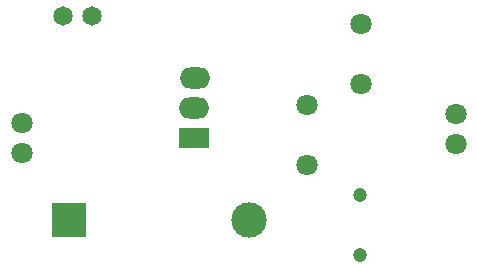
<source format=gtl>
G04 Layer: TopLayer*
G04 EasyEDA v6.5.34, 2023-12-21 17:11:59*
G04 12d045cc0dbe4403be4ac363432de5ab,1733c34252f04aa8848ca1e28a7e2cb8,10*
G04 Gerber Generator version 0.2*
G04 Scale: 100 percent, Rotated: No, Reflected: No *
G04 Dimensions in millimeters *
G04 leading zeros omitted , absolute positions ,4 integer and 5 decimal *
%FSLAX45Y45*%
%MOMM*%

%ADD10C,1.2000*%
%ADD11C,1.8000*%
%ADD12C,1.6500*%
%ADD13R,3.0000X3.0000*%
%ADD14C,3.0000*%
%ADD15C,1.8001*%
%ADD16O,2.5999948X1.7999964*%
%ADD17R,2.6000X1.8000*%

%LPD*%
D10*
G01*
X3403600Y800100D03*
G01*
X3403600Y292100D03*
D11*
G01*
X2959100Y1562100D03*
G01*
X2959100Y1054100D03*
G01*
X3416300Y1739900D03*
G01*
X3416300Y2247900D03*
D12*
G01*
X891006Y2311400D03*
G01*
X1140993Y2311400D03*
D13*
G01*
X939800Y584200D03*
D14*
G01*
X2463800Y584200D03*
D15*
G01*
X4216400Y1485900D03*
G01*
X4216400Y1231900D03*
G01*
X546100Y1409700D03*
G01*
X546100Y1155700D03*
D16*
G01*
X2006104Y1536687D03*
G01*
X2007095Y1790712D03*
D17*
G01*
X2006104Y1282687D03*
M02*

</source>
